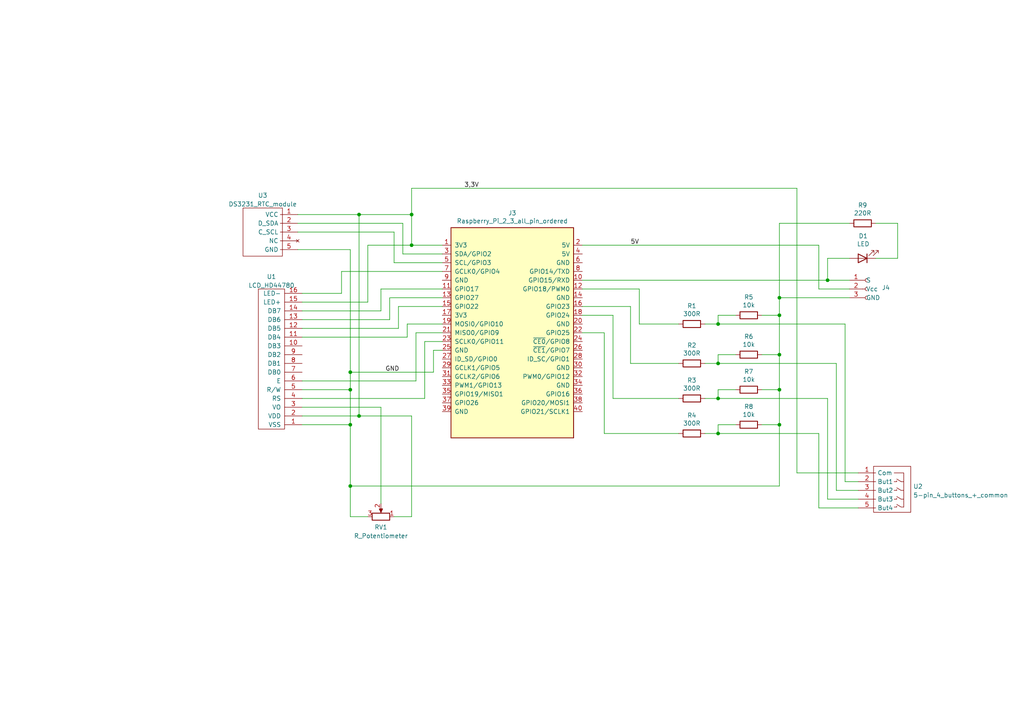
<source format=kicad_sch>
(kicad_sch (version 20211123) (generator eeschema)
  (paper "A4")
  (lib_symbols
    (symbol "Device:LED" (pin_numbers hide) (pin_names (offset 1.016) hide)
      (property "Reference" "D" (at 0 2.54 0))
      (property "Value" "LED" (at 0 -2.54 0))
      (symbol "LED_0_1"
        (polyline (pts (xy -1.27 -1.27) (xy -1.27 1.27)) (stroke (width 0.254)))
        (polyline (pts (xy -1.27 0) (xy 1.27 0)))
        (polyline (pts (xy 1.27 -1.27) (xy 1.27 1.27) (xy -1.27 0) (xy 1.27 -1.27)) (stroke (width 0.254)))
        (polyline (pts (xy -3.048 -0.762) (xy -4.572 -2.286) (xy -3.81 -2.286) (xy -4.572 -2.286) (xy -4.572 -1.524)))
        (polyline (pts (xy -1.778 -0.762) (xy -3.302 -2.286) (xy -2.54 -2.286) (xy -3.302 -2.286) (xy -3.302 -1.524)))
      )
      (symbol "LED_1_1"
        (pin passive line (at -3.81 0 0) (length 2.54) (name "K") (number "1"))
        (pin passive line (at 3.81 0 180) (length 2.54) (name "A") (number "2"))
      )
    )
    (symbol "Device:R" (pin_numbers hide) (pin_names (offset 0))
      (property "Reference" "R" (at 2.032 0 90))
      (property "Value" "R" (at 0 0 90))
      (symbol "R_0_1"
        (rectangle (start -1.016 -2.54) (end 1.016 2.54) (stroke (width 0.254)))
      )
      (symbol "R_1_1"
        (pin passive line (at 0 3.81 270) (length 1.27) (name "~") (number "1"))
        (pin passive line (at 0 -3.81 90) (length 1.27) (name "~") (number "2"))
      )
    )
    (symbol "Device:R_Potentiometer" (pin_names (offset 1.016) hide)
      (property "Reference" "RV" (at -4.445 0 90))
      (property "Value" "R_Potentiometer" (at -2.54 0 90))
      (symbol "R_Potentiometer_0_1"
        (polyline (pts (xy 2.54 0) (xy 1.524 0)))
        (polyline (pts (xy 1.143 0) (xy 2.286 0.508) (xy 2.286 -0.508) (xy 1.143 0)) (fill (type outline)))
        (rectangle (start 1.016 2.54) (end -1.016 -2.54) (stroke (width 0.254)))
      )
      (symbol "R_Potentiometer_1_1"
        (pin passive line (at 0 3.81 270) (length 1.27) (name "1") (number "1"))
        (pin passive line (at 3.81 0 180) (length 1.27) (name "2") (number "2"))
        (pin passive line (at 0 -3.81 90) (length 1.27) (name "3") (number "3"))
      )
    )
    (symbol "My_Headers:3-pin_KY-019_relay_header" (pin_names (offset 1.016))
      (property "Reference" "J" (at 0 5.08 0))
      (symbol "3-pin_KY-019_relay_header_1_1"
        (arc (start 0 -2.032) (mid -0.508 -2.54) (end 0 -3.048) (stroke (width 0.1524)))
        (polyline (pts (xy -1.27 -2.54) (xy -0.508 -2.54)) (stroke (width 0.1524)))
        (polyline (pts (xy -1.27 0) (xy -0.508 0)) (stroke (width 0.1524)))
        (polyline (pts (xy -1.27 2.54) (xy -0.508 2.54)) (stroke (width 0.1524)))
        (arc (start 0 0.508) (mid -0.508 0) (end 0 -0.508) (stroke (width 0.1524)))
        (arc (start 0 3.048) (mid -0.508 2.54) (end 0 2.032) (stroke (width 0.1524)))
        (pin input line (at -5.08 2.54 0) (length 3.81) (name "S") (number "1"))
        (pin power_in line (at -5.08 0 0) (length 3.81) (name "Vcc") (number "2"))
        (pin power_in line (at -5.08 -2.54 0) (length 3.81) (name "GND") (number "3"))
      )
    )
    (symbol "My_Headers:5-pin_4_buttons_+_common"
      (property "Reference" "U" (at 5.08 3.175 0))
      (property "Value" "5-pin_4_buttons_+_common" (at 9.525 -12.7 0))
      (symbol "5-pin_4_buttons_+_common_0_1"
        (polyline (pts (xy 11.176 -1.778) (xy 12.446 -2.54)) (stroke (width 0.1524)))
        (polyline (pts (xy 10.414 -9.906) (xy 11.176 -9.906) (xy 11.176 -9.652)) (stroke (width 0.1524)))
        (polyline (pts (xy 10.414 -7.62) (xy 11.176 -7.62) (xy 11.176 -7.366)) (stroke (width 0.1524)))
        (polyline (pts (xy 10.414 -5.08) (xy 11.176 -5.08) (xy 11.176 -4.826)) (stroke (width 0.1524)))
        (polyline (pts (xy 10.414 -2.54) (xy 11.176 -2.54) (xy 11.176 -2.286)) (stroke (width 0.1524)))
        (polyline (pts (xy 11.176 -6.858) (xy 12.446 -7.62) (xy 13.208 -7.62)) (stroke (width 0.1524)))
        (polyline (pts (xy 12.446 -2.54) (xy 13.208 -2.54) (xy 13.208 -9.906)) (stroke (width 0.1524)))
        (polyline (pts (xy 13.208 -9.906) (xy 12.446 -9.906) (xy 11.176 -9.144)) (stroke (width 0.1524)))
        (polyline (pts (xy 13.208 -5.08) (xy 12.446 -5.08) (xy 11.176 -4.318)) (stroke (width 0.1524)))
        (polyline (pts (xy 13.208 -2.54) (xy 13.208 0) (xy 10.414 0)) (stroke (width 0.1524)))
        (polyline (pts (xy 4.445 1.905) (xy 15.24 1.905) (xy 15.24 -11.43) (xy 4.445 -11.43) (xy 4.445 1.905)) (stroke (width 0.1524)))
      )
      (symbol "5-pin_4_buttons_+_common_1_1"
        (pin input line (at 0 0 0) (length 5.08) (name "Com") (number "1"))
        (pin output line (at 0 -2.54 0) (length 5.08) (name "But1") (number "2"))
        (pin output line (at 0 -5.08 0) (length 5.08) (name "But2") (number "3"))
        (pin output line (at 0 -7.62 0) (length 5.08) (name "But3") (number "4"))
        (pin output line (at 0 -10.16 0) (length 5.08) (name "But4") (number "5"))
      )
    )
    (symbol "My_Headers:LCD_HD44780" (pin_names (offset 1.016))
      (property "Reference" "U" (at 6.35 2.54 0))
      (property "Value" "LCD_HD44780" (at 11.43 -40.64 0))
      (symbol "LCD_HD44780_0_1"
        (rectangle (start 5.08 1.27) (end 12.7 -39.37))
      )
      (symbol "LCD_HD44780_1_1"
        (pin input line (at 0 0 0) (length 5.08) (name "VSS") (number "1"))
        (pin input line (at 0 -22.86 0) (length 5.08) (name "DB3") (number "10"))
        (pin input line (at 0 -25.4 0) (length 5.08) (name "DB4") (number "11"))
        (pin input line (at 0 -27.94 0) (length 5.08) (name "DB5") (number "12"))
        (pin input line (at 0 -30.48 0) (length 5.08) (name "DB6") (number "13"))
        (pin input line (at 0 -33.02 0) (length 5.08) (name "DB7") (number "14"))
        (pin input line (at 0 -35.56 0) (length 5.08) (name "LED+") (number "15"))
        (pin input line (at 0 -38.1 0) (length 5.08) (name "LED-") (number "16"))
        (pin input line (at 0 -2.54 0) (length 5.08) (name "VDD") (number "2"))
        (pin input line (at 0 -5.08 0) (length 5.08) (name "VO") (number "3"))
        (pin input line (at 0 -7.62 0) (length 5.08) (name "RS") (number "4"))
        (pin input line (at 0 -10.16 0) (length 5.08) (name "R/W") (number "5"))
        (pin input line (at 0 -12.7 0) (length 5.08) (name "E") (number "6"))
        (pin input line (at 0 -15.24 0) (length 5.08) (name "DB0") (number "7"))
        (pin input line (at 0 -17.78 0) (length 5.08) (name "DB1") (number "8"))
        (pin input line (at 0 -20.32 0) (length 5.08) (name "DB2") (number "9"))
      )
    )
    (symbol "My_Parts:DS3231_RTC_module"
      (property "Reference" "U" (at 5.715 3.175 0))
      (property "Value" "DS3231_RTC_module" (at 8.89 -13.335 0))
      (symbol "DS3231_RTC_module_0_1"
        (polyline (pts (xy 4.445 1.905) (xy 4.445 -12.065) (xy 15.875 -12.065) (xy 15.875 1.905) (xy 4.445 1.905)) (stroke (width 0.1524)))
      )
      (symbol "DS3231_RTC_module_1_1"
        (pin power_in line (at 0 -10.16 0) (length 5.08) (name "VCC") (number "1"))
        (pin bidirectional line (at 0 -7.62 0) (length 5.08) (name "D_SDA") (number "2"))
        (pin bidirectional line (at 0 -5.08 0) (length 5.08) (name "C_SCL") (number "3"))
        (pin no_connect line (at 0 -2.54 0) (length 5.08) (name "NC") (number "4"))
        (pin power_in line (at 0 0 0) (length 5.08) (name "GND") (number "5"))
      )
    )
    (symbol "My_RaspberryPi:Raspberry_Pi_2_3_all_pin_ordered" (pin_names (offset 1.016))
      (property "Reference" "J" (at -17.78 31.75 0))
      (property "Value" "Raspberry_Pi_2_3_all_pin_ordered" (at 10.16 -31.75 0))
      (symbol "Raspberry_Pi_2_3_all_pin_ordered_0_1"
        (rectangle (start -17.78 30.48) (end 17.78 -30.48) (stroke (width 0.254)) (fill (type background)))
      )
      (symbol "Raspberry_Pi_2_3_all_pin_ordered_1_1"
        (pin power_in line (at -20.32 25.4 0) (length 2.54) (name "3V3") (number "1"))
        (pin bidirectional line (at 20.32 15.24 180) (length 2.54) (name "GPIO15/RXD") (number "10"))
        (pin bidirectional line (at -20.32 12.7 0) (length 2.54) (name "GPIO17") (number "11"))
        (pin bidirectional line (at 20.32 12.7 180) (length 2.54) (name "GPIO18/PWM0") (number "12"))
        (pin bidirectional line (at -20.32 10.16 0) (length 2.54) (name "GPIO27") (number "13"))
        (pin power_in line (at 20.32 10.16 180) (length 2.54) (name "GND") (number "14"))
        (pin bidirectional line (at -20.32 7.62 0) (length 2.54) (name "GPIO22") (number "15"))
        (pin bidirectional line (at 20.32 7.62 180) (length 2.54) (name "GPIO23") (number "16"))
        (pin power_in line (at -20.32 5.08 0) (length 2.54) (name "3V3") (number "17"))
        (pin bidirectional line (at 20.32 5.08 180) (length 2.54) (name "GPIO24") (number "18"))
        (pin bidirectional line (at -20.32 2.54 0) (length 2.54) (name "MOSI0/GPIO10") (number "19"))
        (pin power_in line (at 20.32 25.4 180) (length 2.54) (name "5V") (number "2"))
        (pin power_in line (at 20.32 2.54 180) (length 2.54) (name "GND") (number "20"))
        (pin bidirectional line (at -20.32 0 0) (length 2.54) (name "MISO0/GPIO9") (number "21"))
        (pin bidirectional line (at 20.32 0 180) (length 2.54) (name "GPIO25") (number "22"))
        (pin bidirectional line (at -20.32 -2.54 0) (length 2.54) (name "SCLK0/GPIO11") (number "23"))
        (pin bidirectional line (at 20.32 -2.54 180) (length 2.54) (name "~{CE0}/GPIO8") (number "24"))
        (pin power_in line (at -20.32 -5.08 0) (length 2.54) (name "GND") (number "25"))
        (pin bidirectional line (at 20.32 -5.08 180) (length 2.54) (name "~{CE1}/GPIO7") (number "26"))
        (pin bidirectional line (at -20.32 -7.62 0) (length 2.54) (name "ID_SD/GPIO0") (number "27"))
        (pin bidirectional line (at 20.32 -7.62 180) (length 2.54) (name "ID_SC/GPIO1") (number "28"))
        (pin bidirectional line (at -20.32 -10.16 0) (length 2.54) (name "GCLK1/GPIO5") (number "29"))
        (pin bidirectional line (at -20.32 22.86 0) (length 2.54) (name "SDA/GPIO2") (number "3"))
        (pin power_in line (at 20.32 -10.16 180) (length 2.54) (name "GND") (number "30"))
        (pin bidirectional line (at -20.32 -12.7 0) (length 2.54) (name "GCLK2/GPIO6") (number "31"))
        (pin bidirectional line (at 20.32 -12.7 180) (length 2.54) (name "PWM0/GPIO12") (number "32"))
        (pin bidirectional line (at -20.32 -15.24 0) (length 2.54) (name "PWM1/GPIO13") (number "33"))
        (pin power_in line (at 20.32 -15.24 180) (length 2.54) (name "GND") (number "34"))
        (pin bidirectional line (at -20.32 -17.78 0) (length 2.54) (name "GPIO19/MISO1") (number "35"))
        (pin bidirectional line (at 20.32 -17.78 180) (length 2.54) (name "GPIO16") (number "36"))
        (pin bidirectional line (at -20.32 -20.32 0) (length 2.54) (name "GPIO26") (number "37"))
        (pin bidirectional line (at 20.32 -20.32 180) (length 2.54) (name "GPIO20/MOSI1") (number "38"))
        (pin power_in line (at -20.32 -22.86 0) (length 2.54) (name "GND") (number "39"))
        (pin power_in line (at 20.32 22.86 180) (length 2.54) (name "5V") (number "4"))
        (pin bidirectional line (at 20.32 -22.86 180) (length 2.54) (name "GPIO21/SCLK1") (number "40"))
        (pin bidirectional line (at -20.32 20.32 0) (length 2.54) (name "SCL/GPIO3") (number "5"))
        (pin power_in line (at 20.32 20.32 180) (length 2.54) (name "GND") (number "6"))
        (pin bidirectional line (at -20.32 17.78 0) (length 2.54) (name "GCLK0/GPIO4") (number "7"))
        (pin bidirectional line (at 20.32 17.78 180) (length 2.54) (name "GPIO14/TXD") (number "8"))
        (pin power_in line (at -20.32 15.24 0) (length 2.54) (name "GND") (number "9"))
      )
    )
  )
  (junction (at 226.06 91.44))
  (junction (at 226.06 123.19))
  (junction (at 101.6 113.03))
  (junction (at 104.14 120.65))
  (junction (at 104.14 62.23))
  (junction (at 119.38 71.12))
  (junction (at 208.28 125.73))
  (junction (at 101.6 123.19))
  (junction (at 208.28 105.41))
  (junction (at 119.38 62.23))
  (junction (at 208.28 93.98))
  (junction (at 101.6 107.95))
  (junction (at 226.06 86.36))
  (junction (at 240.03 81.28))
  (junction (at 226.06 102.87))
  (junction (at 226.06 113.03))
  (junction (at 208.28 115.57))
  (junction (at 101.6 140.97))
  (wire (pts (xy 86.36 62.23) (xy 104.14 62.23)))
  (wire (pts (xy 204.47 105.41) (xy 208.28 105.41)))
  (wire (pts (xy 110.49 146.05) (xy 110.49 118.11)))
  (wire (pts (xy 110.49 83.82) (xy 128.27 83.82)))
  (wire (pts (xy 242.57 105.41) (xy 242.57 142.24)))
  (wire (pts (xy 237.49 125.73) (xy 237.49 147.32)))
  (wire (pts (xy 237.49 83.82) (xy 237.49 71.12)))
  (wire (pts (xy 115.57 88.9) (xy 128.27 88.9)))
  (wire (pts (xy 168.91 81.28) (xy 240.03 81.28)))
  (wire (pts (xy 196.85 115.57) (xy 177.8 115.57)))
  (wire (pts (xy 260.35 74.93) (xy 260.35 64.77)))
  (wire (pts (xy 246.38 64.77) (xy 226.06 64.77)))
  (wire (pts (xy 87.63 115.57) (xy 123.19 115.57)))
  (wire (pts (xy 240.03 74.93) (xy 246.38 74.93)))
  (wire (pts (xy 118.11 97.79) (xy 118.11 93.98)))
  (wire (pts (xy 226.06 102.87) (xy 226.06 113.03)))
  (wire (pts (xy 101.6 149.86) (xy 101.6 140.97)))
  (wire (pts (xy 168.91 88.9) (xy 182.88 88.9)))
  (wire (pts (xy 104.14 120.65) (xy 119.38 120.65)))
  (wire (pts (xy 119.38 54.61) (xy 231.14 54.61)))
  (wire (pts (xy 106.68 87.63) (xy 106.68 71.12)))
  (wire (pts (xy 87.63 87.63) (xy 106.68 87.63)))
  (wire (pts (xy 110.49 90.17) (xy 110.49 83.82)))
  (wire (pts (xy 196.85 93.98) (xy 185.42 93.98)))
  (wire (pts (xy 175.26 96.52) (xy 168.91 96.52)))
  (wire (pts (xy 106.68 71.12) (xy 119.38 71.12)))
  (wire (pts (xy 116.84 73.66) (xy 128.27 73.66)))
  (wire (pts (xy 101.6 107.95) (xy 101.6 113.03)))
  (wire (pts (xy 196.85 125.73) (xy 175.26 125.73)))
  (wire (pts (xy 119.38 149.86) (xy 114.3 149.86)))
  (wire (pts (xy 168.91 71.12) (xy 237.49 71.12)))
  (wire (pts (xy 226.06 86.36) (xy 226.06 91.44)))
  (wire (pts (xy 240.03 81.28) (xy 246.38 81.28)))
  (wire (pts (xy 101.6 107.95) (xy 125.73 107.95)))
  (wire (pts (xy 86.36 72.39) (xy 101.6 72.39)))
  (wire (pts (xy 208.28 91.44) (xy 213.36 91.44)))
  (wire (pts (xy 120.65 96.52) (xy 120.65 110.49)))
  (wire (pts (xy 120.65 96.52) (xy 128.27 96.52)))
  (wire (pts (xy 208.28 125.73) (xy 208.28 123.19)))
  (wire (pts (xy 231.14 54.61) (xy 231.14 137.16)))
  (wire (pts (xy 114.3 67.31) (xy 86.36 67.31)))
  (wire (pts (xy 246.38 86.36) (xy 226.06 86.36)))
  (wire (pts (xy 208.28 102.87) (xy 213.36 102.87)))
  (wire (pts (xy 208.28 115.57) (xy 204.47 115.57)))
  (wire (pts (xy 254 74.93) (xy 260.35 74.93)))
  (wire (pts (xy 123.19 99.06) (xy 123.19 115.57)))
  (wire (pts (xy 248.92 142.24) (xy 242.57 142.24)))
  (wire (pts (xy 101.6 140.97) (xy 226.06 140.97)))
  (wire (pts (xy 245.11 139.7) (xy 245.11 93.98)))
  (wire (pts (xy 226.06 91.44) (xy 220.98 91.44)))
  (wire (pts (xy 208.28 93.98) (xy 208.28 91.44)))
  (wire (pts (xy 208.28 105.41) (xy 242.57 105.41)))
  (wire (pts (xy 119.38 62.23) (xy 119.38 71.12)))
  (wire (pts (xy 87.63 97.79) (xy 118.11 97.79)))
  (wire (pts (xy 87.63 123.19) (xy 101.6 123.19)))
  (wire (pts (xy 87.63 113.03) (xy 101.6 113.03)))
  (wire (pts (xy 226.06 64.77) (xy 226.06 86.36)))
  (wire (pts (xy 101.6 123.19) (xy 101.6 140.97)))
  (wire (pts (xy 182.88 88.9) (xy 182.88 105.41)))
  (wire (pts (xy 119.38 120.65) (xy 119.38 149.86)))
  (wire (pts (xy 116.84 64.77) (xy 116.84 73.66)))
  (wire (pts (xy 248.92 137.16) (xy 231.14 137.16)))
  (wire (pts (xy 248.92 139.7) (xy 245.11 139.7)))
  (wire (pts (xy 245.11 93.98) (xy 208.28 93.98)))
  (wire (pts (xy 106.68 149.86) (xy 101.6 149.86)))
  (wire (pts (xy 125.73 101.6) (xy 128.27 101.6)))
  (wire (pts (xy 220.98 102.87) (xy 226.06 102.87)))
  (wire (pts (xy 226.06 91.44) (xy 226.06 102.87)))
  (wire (pts (xy 237.49 125.73) (xy 208.28 125.73)))
  (wire (pts (xy 226.06 123.19) (xy 220.98 123.19)))
  (wire (pts (xy 240.03 144.78) (xy 240.03 115.57)))
  (wire (pts (xy 87.63 110.49) (xy 120.65 110.49)))
  (wire (pts (xy 226.06 113.03) (xy 226.06 123.19)))
  (wire (pts (xy 113.03 86.36) (xy 128.27 86.36)))
  (wire (pts (xy 208.28 123.19) (xy 213.36 123.19)))
  (wire (pts (xy 99.06 85.09) (xy 99.06 78.74)))
  (wire (pts (xy 128.27 76.2) (xy 114.3 76.2)))
  (wire (pts (xy 118.11 93.98) (xy 128.27 93.98)))
  (wire (pts (xy 101.6 113.03) (xy 101.6 123.19)))
  (wire (pts (xy 182.88 105.41) (xy 196.85 105.41)))
  (wire (pts (xy 177.8 115.57) (xy 177.8 91.44)))
  (wire (pts (xy 110.49 118.11) (xy 87.63 118.11)))
  (wire (pts (xy 226.06 140.97) (xy 226.06 123.19)))
  (wire (pts (xy 248.92 147.32) (xy 237.49 147.32)))
  (wire (pts (xy 104.14 62.23) (xy 104.14 120.65)))
  (wire (pts (xy 208.28 125.73) (xy 204.47 125.73)))
  (wire (pts (xy 119.38 54.61) (xy 119.38 62.23)))
  (wire (pts (xy 86.36 64.77) (xy 116.84 64.77)))
  (wire (pts (xy 113.03 92.71) (xy 113.03 86.36)))
  (wire (pts (xy 185.42 83.82) (xy 168.91 83.82)))
  (wire (pts (xy 104.14 62.23) (xy 119.38 62.23)))
  (wire (pts (xy 248.92 144.78) (xy 240.03 144.78)))
  (wire (pts (xy 87.63 92.71) (xy 113.03 92.71)))
  (wire (pts (xy 87.63 85.09) (xy 99.06 85.09)))
  (wire (pts (xy 185.42 93.98) (xy 185.42 83.82)))
  (wire (pts (xy 104.14 120.65) (xy 87.63 120.65)))
  (wire (pts (xy 115.57 95.25) (xy 115.57 88.9)))
  (wire (pts (xy 87.63 95.25) (xy 115.57 95.25)))
  (wire (pts (xy 220.98 113.03) (xy 226.06 113.03)))
  (wire (pts (xy 177.8 91.44) (xy 168.91 91.44)))
  (wire (pts (xy 208.28 113.03) (xy 208.28 115.57)))
  (wire (pts (xy 208.28 113.03) (xy 213.36 113.03)))
  (wire (pts (xy 123.19 99.06) (xy 128.27 99.06)))
  (wire (pts (xy 125.73 107.95) (xy 125.73 101.6)))
  (wire (pts (xy 99.06 78.74) (xy 128.27 78.74)))
  (wire (pts (xy 208.28 93.98) (xy 204.47 93.98)))
  (wire (pts (xy 240.03 115.57) (xy 208.28 115.57)))
  (wire (pts (xy 101.6 72.39) (xy 101.6 107.95)))
  (wire (pts (xy 208.28 105.41) (xy 208.28 102.87)))
  (wire (pts (xy 87.63 90.17) (xy 110.49 90.17)))
  (wire (pts (xy 260.35 64.77) (xy 254 64.77)))
  (wire (pts (xy 114.3 76.2) (xy 114.3 67.31)))
  (wire (pts (xy 240.03 81.28) (xy 240.03 74.93)))
  (wire (pts (xy 246.38 83.82) (xy 237.49 83.82)))
  (wire (pts (xy 175.26 125.73) (xy 175.26 96.52)))
  (wire (pts (xy 128.27 71.12) (xy 119.38 71.12)))
  (label "3,3V" (at 134.62 54.61 0))
  (label "5V" (at 182.88 71.12 0))
  (label "GND" (at 111.76 107.95 0))
  (symbol (lib_id "My_RaspberryPi:Raspberry_Pi_2_3_all_pin_ordered") (at 148.59 96.52 0) (unit 1)
    (property "Reference" "J3" (at 148.59 61.7982 0))
    (property "Value" "Raspberry_Pi_2_3_all_pin_ordered" (at 148.59 64.1096 0))
    (property "Footprint" "My_RaspberryPi:RaspberryPi_3b+_Hat_large" (effects hide))
    (property "Datasheet" "https://www.raspberrypi.org/documentation/hardware/raspberrypi/schematics/rpi_SCH_3bplus_1p0_reduced.pdf" (effects hide))
  )
  (symbol (lib_id "Device:LED") (at 250.19 74.93 180) (unit 1)
    (property "Reference" "D1" (at 250.3678 68.453 0))
    (property "Value" "LED" (at 250.3678 70.7644 0))
    (property "Footprint" "My_Misc:LED_D5.0mm_larger_pads" (effects hide))
  )
  (symbol (lib_id "Device:R") (at 250.19 64.77 270) (unit 1)
    (property "Reference" "R9" (at 250.19 59.5122 90))
    (property "Value" "220R" (at 250.19 61.8236 90))
    (property "Footprint" "My_Misc:R_Axial_DIN0207_L6.3mm_D2.5mm_P10.16mm_Horizontal_larger_pads" (effects hide))
  )
  (symbol (lib_id "My_Headers:3-pin_KY-019_relay_header") (at 251.46 83.82 0) (unit 1)
    (property "Reference" "J4" (at 255.7526 83.439 0) (effects (justify left)))
    (property "Value" "3-pin_KY-019_relay_header" (effects hide))
    (property "Footprint" "My_Headers:3-pin JST KY-019 relay" (effects hide))
  )
  (symbol (lib_id "Device:R") (at 200.66 93.98 270) (unit 1)
    (property "Reference" "R1" (at 200.66 88.7222 90))
    (property "Value" "300R" (at 200.66 91.0336 90))
    (property "Footprint" "My_Misc:R_Axial_DIN0207_L6.3mm_D2.5mm_P10.16mm_Horizontal_larger_pads" (effects hide))
  )
  (symbol (lib_id "Device:R") (at 200.66 105.41 270) (unit 1)
    (property "Reference" "R2" (at 200.66 100.1522 90))
    (property "Value" "300R" (at 200.66 102.4636 90))
    (property "Footprint" "My_Misc:R_Axial_DIN0207_L6.3mm_D2.5mm_P10.16mm_Horizontal_larger_pads" (effects hide))
  )
  (symbol (lib_id "Device:R") (at 200.66 115.57 270) (unit 1)
    (property "Reference" "R3" (at 200.66 110.3122 90))
    (property "Value" "300R" (at 200.66 112.6236 90))
    (property "Footprint" "My_Misc:R_Axial_DIN0207_L6.3mm_D2.5mm_P10.16mm_Horizontal_larger_pads" (effects hide))
  )
  (symbol (lib_id "Device:R") (at 200.66 125.73 270) (unit 1)
    (property "Reference" "R4" (at 200.66 120.4722 90))
    (property "Value" "300R" (at 200.66 122.7836 90))
    (property "Footprint" "My_Misc:R_Axial_DIN0207_L6.3mm_D2.5mm_P10.16mm_Horizontal_larger_pads" (effects hide))
  )
  (symbol (lib_id "Device:R") (at 217.17 91.44 270) (unit 1)
    (property "Reference" "R5" (at 217.17 86.1822 90))
    (property "Value" "10k" (at 217.17 88.4936 90))
    (property "Footprint" "My_Misc:R_Axial_DIN0207_L6.3mm_D2.5mm_P10.16mm_Horizontal_larger_pads" (effects hide))
  )
  (symbol (lib_id "Device:R") (at 217.17 102.87 270) (unit 1)
    (property "Reference" "R6" (at 217.17 97.6122 90))
    (property "Value" "10k" (at 217.17 99.9236 90))
    (property "Footprint" "My_Misc:R_Axial_DIN0207_L6.3mm_D2.5mm_P10.16mm_Horizontal_larger_pads" (effects hide))
  )
  (symbol (lib_id "Device:R") (at 217.17 113.03 270) (unit 1)
    (property "Reference" "R7" (at 217.17 107.7722 90))
    (property "Value" "10k" (at 217.17 110.0836 90))
    (property "Footprint" "My_Misc:R_Axial_DIN0207_L6.3mm_D2.5mm_P10.16mm_Horizontal_larger_pads" (effects hide))
  )
  (symbol (lib_id "Device:R") (at 217.17 123.19 270) (unit 1)
    (property "Reference" "R8" (at 217.17 117.9322 90))
    (property "Value" "10k" (at 217.17 120.2436 90))
    (property "Footprint" "My_Misc:R_Axial_DIN0207_L6.3mm_D2.5mm_P10.16mm_Horizontal_larger_pads" (effects hide))
  )
  (symbol (lib_id "My_Parts:DS3231_RTC_module") (at 86.36 72.39 180) (unit 1)
    (property "Reference" "U3" (at 76.2 56.676 0))
    (property "Value" "DS3231_RTC_module" (at 76.2 59.2129 0))
    (property "Footprint" "My_Parts:DS3231_RTC_module_large" (effects hide))
  )
  (symbol (lib_id "My_Headers:5-pin_4_buttons_+_common") (at 248.92 137.16 0) (unit 1)
    (property "Reference" "U2" (at 264.8712 141.0878 0) (effects (justify left)))
    (property "Value" "5-pin_4_buttons_+_common" (at 264.8712 143.6247 0) (effects (justify left)))
    (property "Footprint" "My_Headers:5-pin JST 4 buttons + common" (effects hide))
  )
  (symbol (lib_id "Device:R_Potentiometer") (at 110.49 149.86 270) (mirror x) (unit 1)
    (property "Reference" "RV1" (at 110.49 152.9064 90))
    (property "Value" "R_Potentiometer" (at 110.49 155.4433 90))
    (property "Footprint" "My_Misc:Potentiometer_Bourns_3339P_Vertical_large" (effects hide))
  )
  (symbol (lib_id "My_Headers:LCD_HD44780") (at 87.63 123.19 180) (unit 1)
    (property "Reference" "U1" (at 78.74 80.2472 0))
    (property "Value" "LCD_HD44780" (at 78.74 82.7841 0))
    (property "Footprint" "My_Parts:LCD_HD44780_16x2_w_headers_large" (effects hide))
  )
)
</source>
